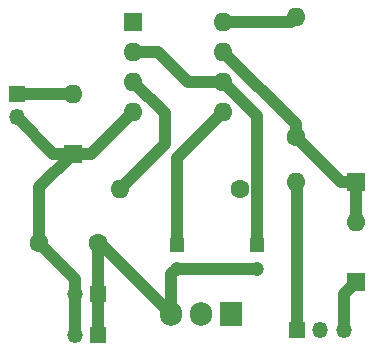
<source format=gbr>
%TF.GenerationSoftware,KiCad,Pcbnew,(5.1.6)-1*%
%TF.CreationDate,2020-11-27T00:36:01-06:00*%
%TF.ProjectId,CircuitBoard,43697263-7569-4744-926f-6172642e6b69,rev?*%
%TF.SameCoordinates,Original*%
%TF.FileFunction,Copper,L1,Top*%
%TF.FilePolarity,Positive*%
%FSLAX46Y46*%
G04 Gerber Fmt 4.6, Leading zero omitted, Abs format (unit mm)*
G04 Created by KiCad (PCBNEW (5.1.6)-1) date 2020-11-27 00:36:01*
%MOMM*%
%LPD*%
G01*
G04 APERTURE LIST*
%TA.AperFunction,ComponentPad*%
%ADD10O,1.600000X1.600000*%
%TD*%
%TA.AperFunction,ComponentPad*%
%ADD11R,1.600000X1.600000*%
%TD*%
%TA.AperFunction,ComponentPad*%
%ADD12C,1.600000*%
%TD*%
%TA.AperFunction,ComponentPad*%
%ADD13O,1.350000X1.350000*%
%TD*%
%TA.AperFunction,ComponentPad*%
%ADD14R,1.350000X1.350000*%
%TD*%
%TA.AperFunction,ComponentPad*%
%ADD15O,1.905000X2.000000*%
%TD*%
%TA.AperFunction,ComponentPad*%
%ADD16R,1.905000X2.000000*%
%TD*%
%TA.AperFunction,ComponentPad*%
%ADD17C,1.200000*%
%TD*%
%TA.AperFunction,ComponentPad*%
%ADD18R,1.200000X1.200000*%
%TD*%
%TA.AperFunction,Conductor*%
%ADD19C,1.000000*%
%TD*%
%TA.AperFunction,Conductor*%
%ADD20C,0.250000*%
%TD*%
G04 APERTURE END LIST*
D10*
%TO.P,1N4148,2*%
%TO.N,Net-(D3-Pad2)*%
X203550000Y-97700000D03*
D11*
%TO.P,1N4148,1*%
%TO.N,Net-(C1-Pad1)*%
X203550000Y-102780000D03*
%TD*%
D10*
%TO.P,1N4148,2*%
%TO.N,Net-(D2-Pad2)*%
X222420000Y-105200000D03*
D11*
%TO.P,1N4148,1*%
%TO.N,Net-(D1-Pad2)*%
X227500000Y-105200000D03*
%TD*%
D10*
%TO.P,1N4148,2*%
%TO.N,Net-(D1-Pad2)*%
X227500000Y-108600000D03*
D11*
%TO.P,1N4148,1*%
%TO.N,Net-(D1-Pad1)*%
X227500000Y-113680000D03*
%TD*%
D12*
%TO.P,6.8 nF,2*%
%TO.N,Net-(C1-Pad2)*%
X205700000Y-110350000D03*
%TO.P,6.8 nF,1*%
%TO.N,Net-(C1-Pad1)*%
X200700000Y-110350000D03*
%TD*%
D10*
%TO.P,555 Timer,8*%
%TO.N,Net-(C1-Pad1)*%
X216270000Y-91600000D03*
%TO.P,555 Timer,4*%
X208650000Y-99220000D03*
%TO.P,555 Timer,7*%
%TO.N,Net-(D1-Pad2)*%
X216270000Y-94140000D03*
%TO.P,555 Timer,3*%
%TO.N,Net-(R2-Pad2)*%
X208650000Y-96680000D03*
%TO.P,555 Timer,6*%
%TO.N,Net-(C3-Pad1)*%
X216270000Y-96680000D03*
%TO.P,555 Timer,2*%
X208650000Y-94140000D03*
%TO.P,555 Timer,5*%
%TO.N,Net-(C2-Pad1)*%
X216270000Y-99220000D03*
D11*
%TO.P,555 Timer,1*%
%TO.N,Net-(C1-Pad2)*%
X208650000Y-91600000D03*
%TD*%
D13*
%TO.P,Potentiometer,3*%
%TO.N,Net-(D1-Pad1)*%
X226500000Y-117700000D03*
%TO.P,Potentiometer,2*%
%TO.N,Net-(C3-Pad1)*%
X224500000Y-117700000D03*
D14*
%TO.P,Potentiometer,1*%
%TO.N,Net-(D2-Pad2)*%
X222500000Y-117700000D03*
%TD*%
D10*
%TO.P,1k,2*%
%TO.N,Net-(R2-Pad2)*%
X207490000Y-105750000D03*
D12*
%TO.P,1k,1*%
%TO.N,Net-(Q1-Pad1)*%
X217650000Y-105750000D03*
%TD*%
D10*
%TO.P,10k,2*%
%TO.N,Net-(C1-Pad1)*%
X222400000Y-91240000D03*
D12*
%TO.P,10k,1*%
%TO.N,Net-(D1-Pad2)*%
X222400000Y-101400000D03*
%TD*%
D15*
%TO.P,TIP31c,3*%
%TO.N,Net-(C1-Pad2)*%
X211870000Y-116350000D03*
%TO.P,TIP31c,2*%
%TO.N,Net-(D3-Pad2)*%
X214410000Y-116350000D03*
D16*
%TO.P,TIP31c,1*%
%TO.N,Net-(Q1-Pad1)*%
X216950000Y-116350000D03*
%TD*%
D13*
%TO.P,Motor,2*%
%TO.N,Net-(C1-Pad1)*%
X198800000Y-99700000D03*
D14*
%TO.P,Motor,1*%
%TO.N,Net-(D3-Pad2)*%
X198800000Y-97700000D03*
%TD*%
D13*
%TO.P,J2,2*%
%TO.N,Net-(C1-Pad1)*%
X203700000Y-118100000D03*
D14*
%TO.P,J2,1*%
%TO.N,Net-(C1-Pad2)*%
X205700000Y-118100000D03*
%TD*%
D13*
%TO.P,J1,2*%
%TO.N,Net-(C1-Pad1)*%
X203700000Y-114700000D03*
D14*
%TO.P,J1,1*%
%TO.N,Net-(C1-Pad2)*%
X205700000Y-114700000D03*
%TD*%
D17*
%TO.P,0.1 uF,2*%
%TO.N,Net-(C1-Pad2)*%
X219150000Y-112500000D03*
D18*
%TO.P,0.1 uF,1*%
%TO.N,Net-(C3-Pad1)*%
X219150000Y-110500000D03*
%TD*%
D17*
%TO.P,0.1 uF,2*%
%TO.N,Net-(C1-Pad2)*%
X212350000Y-112500000D03*
D18*
%TO.P,0.1 uF,1*%
%TO.N,Net-(C2-Pad1)*%
X212350000Y-110500000D03*
%TD*%
D19*
%TO.N,Net-(C1-Pad1)*%
X203700000Y-118100000D02*
X203700000Y-114700000D01*
X203700000Y-113350000D02*
X200700000Y-110350000D01*
X203700000Y-114700000D02*
X203700000Y-113350000D01*
X200700000Y-105630000D02*
X203550000Y-102780000D01*
X200700000Y-110350000D02*
X200700000Y-105630000D01*
X201880000Y-102780000D02*
X198800000Y-99700000D01*
X203550000Y-102780000D02*
X201880000Y-102780000D01*
X205090000Y-102780000D02*
X208650000Y-99220000D01*
X203550000Y-102780000D02*
X205090000Y-102780000D01*
X222040000Y-91600000D02*
X222400000Y-91240000D01*
X216270000Y-91600000D02*
X222040000Y-91600000D01*
%TO.N,Net-(C1-Pad2)*%
X205700000Y-118100000D02*
X205700000Y-114700000D01*
X205700000Y-114700000D02*
X205700000Y-110350000D01*
X205870000Y-110350000D02*
X211870000Y-116350000D01*
X205700000Y-110350000D02*
X205870000Y-110350000D01*
X211870000Y-112980000D02*
X212350000Y-112500000D01*
X211870000Y-116350000D02*
X211870000Y-112980000D01*
X212350000Y-112500000D02*
X219150000Y-112500000D01*
%TO.N,Net-(C2-Pad1)*%
X212350000Y-103140000D02*
X216270000Y-99220000D01*
X212350000Y-110500000D02*
X212350000Y-103140000D01*
%TO.N,Net-(C3-Pad1)*%
X219150000Y-99560000D02*
X216270000Y-96680000D01*
X219150000Y-110500000D02*
X219150000Y-99560000D01*
X216270000Y-96680000D02*
X213280000Y-96680000D01*
X210740000Y-94140000D02*
X208650000Y-94140000D01*
X213280000Y-96680000D02*
X210740000Y-94140000D01*
%TO.N,Net-(D1-Pad1)*%
X226500000Y-114680000D02*
X227500000Y-113680000D01*
X226500000Y-117700000D02*
X226500000Y-114680000D01*
%TO.N,Net-(D2-Pad2)*%
X222500000Y-105280000D02*
X222420000Y-105200000D01*
X222500000Y-117700000D02*
X222500000Y-105280000D01*
%TO.N,Net-(D1-Pad2)*%
X227500000Y-108600000D02*
X227500000Y-105200000D01*
X226200000Y-105200000D02*
X222400000Y-101400000D01*
X227500000Y-105200000D02*
X226200000Y-105200000D01*
X222400000Y-100270000D02*
X216270000Y-94140000D01*
X222400000Y-101400000D02*
X222400000Y-100270000D01*
%TO.N,Net-(D3-Pad2)*%
X198800000Y-97700000D02*
X203550000Y-97700000D01*
D20*
%TO.N,Net-(R2-Pad2)*%
X207490000Y-105750000D02*
X211295000Y-101945000D01*
X211295000Y-101945000D02*
X211400000Y-101840000D01*
D19*
X207490000Y-105750000D02*
X211300000Y-101940000D01*
X211300000Y-99330000D02*
X208650000Y-96680000D01*
X211300000Y-101940000D02*
X211300000Y-99330000D01*
%TD*%
M02*

</source>
